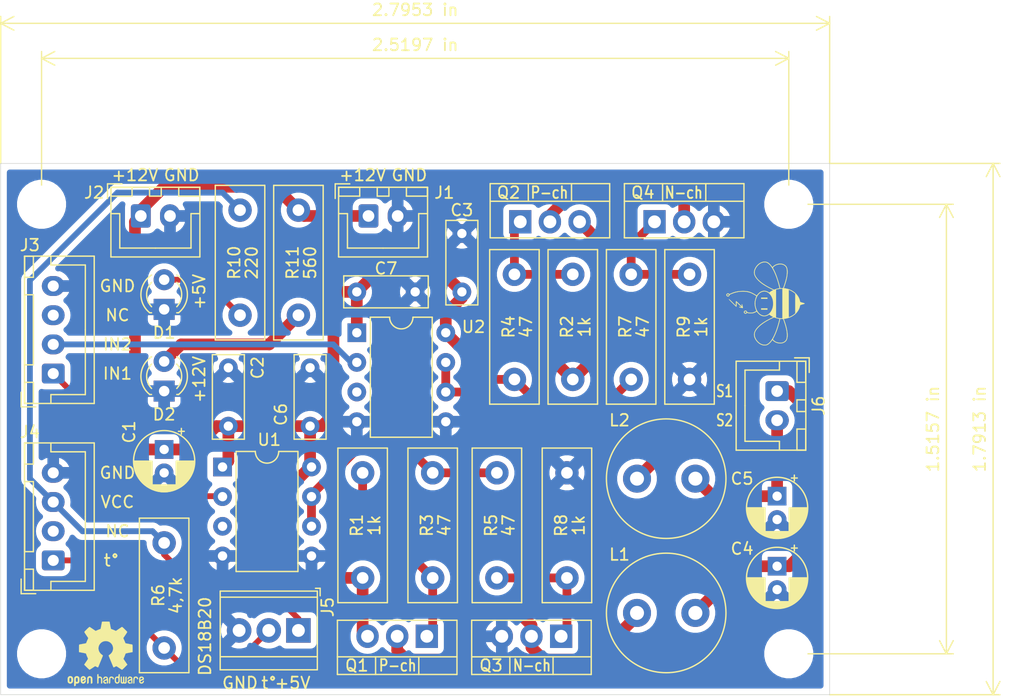
<source format=kicad_pcb>
(kicad_pcb (version 20171130) (host pcbnew "(5.1.7)-1")
  (layers (0 F.Cu signal) (31 B.Cu signal) (34 B.Paste user) (35 F.Paste user) (36 B.SilkS user) (37 F.SilkS user) (38 B.Mask user) (39 F.Mask user) (44 Edge.Cuts user))
  (net 0 "")
  (net 1 GND)
  (net 2 +12V)
  (net 3 "Net-(C4-Pad1)")
  (net 4 "Net-(C5-Pad1)")
  (net 5 "Net-(D1-Pad2)")
  (net 6 "Net-(D2-Pad2)")
  (net 7 IN2)
  (net 8 IN1)
  (net 9 +5V)
  (net 10 "Net-(L1-Pad1)")
  (net 11 "Net-(L2-Pad1)")
  (net 12 "Net-(Q1-Pad1)")
  (net 13 "Net-(Q2-Pad1)")
  (net 14 "Net-(Q3-Pad1)")
  (net 15 "Net-(Q4-Pad1)")
  (net 16 "Net-(R3-Pad1)")
  (net 17 "Net-(R4-Pad1)")
  (net 18 "Net-(U1-Pad3)")
  (net 19 "Net-(U2-Pad3)")
  (net 20 t)
  (net 21 "Net-(J3-Pad3)")
  (net 22 "Net-(J4-Pad2)")
  (module logo-beehive:logo-beehive-7_2х6_7mm (layer F.Cu) (at 189.5 83 90)
    (fp_text reference G*** hide)
    (fp_text value LOGO hide)
  )
  (module Connector_JST:JST_XH_B2B-XH-A_1x02_P2.50mm_Vertical (layer F.Cu) (at 155.5 75.5)
    (fp_text reference J1 (at 6.5 -2) (layer F.SilkS))
    (fp_text value Conn_01x02)
    (pad 2 thru_hole oval (at 2.5 0) (size 1.7 2) (drill 1) (layers *.Cu *.Mask) (net 1 GND))
    (pad 1 thru_hole roundrect (at 0 0) (size 1.7 2) (drill 1) (layers *.Cu *.Mask) (roundrect_rratio 0.1470588235294118) (net 2 +12V))
  )
  (module Symbol:OSHW-Logo2_7.3x6mm_SilkScreen (layer F.Cu) (at 133 113)
    (fp_text reference REF** hide)
    (fp_text value OSHW-Logo2_7.3x6mm_SilkScreen hide)
  )
  (module TerminalBlock_TE-Connectivity:TerminalBlock_TE_282834-3_1x03_P2.54mm_Horizontal (layer F.Cu) (at 149.5 111 180)
    (fp_text reference J5 (at -2.5 2 90) (layer F.SilkS))
    (fp_text value Conn_01x03)
    (pad 3 thru_hole circle (at 5.08 0 180) (size 2.1 2.1) (drill 1.1) (layers *.Cu *.Mask) (net 1 GND))
    (pad 2 thru_hole circle (at 2.54 0 180) (size 2.1 2.1) (drill 1.1) (layers *.Cu *.Mask) (net 20 t))
    (pad 1 thru_hole rect (at 0 0 180) (size 2.1 2.1) (drill 1.1) (layers *.Cu *.Mask) (net 9 +5V))
  )
  (module MountingHole:MountingHole_3.2mm_M3_DIN965 (layer F.Cu) (at 127.5 113)
    (fp_text reference REF** hide)
    (fp_text value MountingHole_3.2mm_M3_DIN965 hide)
    (pad 1 np_thru_hole circle (at 0 0) (size 3.2 3.2) (drill 3.2) (layers *.Cu *.Mask))
  )
  (module MountingHole:MountingHole_3.2mm_M3_DIN965 (layer F.Cu) (at 127.5 74.5)
    (fp_text reference REF**)
    (fp_text value MountingHole_3.2mm_M3_DIN965)
    (pad 1 np_thru_hole circle (at 0 0) (size 3.2 3.2) (drill 3.2) (layers *.Cu *.Mask))
  )
  (module MountingHole:MountingHole_3.2mm_M3_DIN965 (layer F.Cu) (at 191.5 74.5)
    (fp_text reference REF**)
    (fp_text value MountingHole_3.2mm_M3_DIN965)
    (pad 1 np_thru_hole circle (at 0 0) (size 3.2 3.2) (drill 3.2) (layers *.Cu *.Mask))
  )
  (module MountingHole:MountingHole_3.2mm_M3_DIN965 (layer F.Cu) (at 191.5 113)
    (fp_text reference REF**)
    (fp_text value MountingHole_3.2mm_M3_DIN965)
    (pad 1 np_thru_hole circle (at 0 0) (size 3.2 3.2) (drill 3.2) (layers *.Cu *.Mask))
  )
  (module Package_DIP:DIP-8_W7.62mm (layer F.Cu) (at 154.5 85.5)
    (fp_text reference U2 (at 10 -0.5) (layer F.SilkS))
    (fp_text value TC4420CPA)
    (pad 8 thru_hole oval (at 7.62 0) (size 1.6 1.6) (drill 0.8) (layers *.Cu *.Mask) (net 2 +12V))
    (pad 4 thru_hole oval (at 0 7.62) (size 1.6 1.6) (drill 0.8) (layers *.Cu *.Mask) (net 1 GND))
    (pad 7 thru_hole oval (at 7.62 2.54) (size 1.6 1.6) (drill 0.8) (layers *.Cu *.Mask) (net 17 "Net-(R4-Pad1)"))
    (pad 3 thru_hole oval (at 0 5.08) (size 1.6 1.6) (drill 0.8) (layers *.Cu *.Mask) (net 19 "Net-(U2-Pad3)"))
    (pad 6 thru_hole oval (at 7.62 5.08) (size 1.6 1.6) (drill 0.8) (layers *.Cu *.Mask) (net 17 "Net-(R4-Pad1)"))
    (pad 2 thru_hole oval (at 0 2.54) (size 1.6 1.6) (drill 0.8) (layers *.Cu *.Mask) (net 7 IN2))
    (pad 5 thru_hole oval (at 7.62 7.62) (size 1.6 1.6) (drill 0.8) (layers *.Cu *.Mask) (net 1 GND))
    (pad 1 thru_hole rect (at 0 0) (size 1.6 1.6) (drill 0.8) (layers *.Cu *.Mask) (net 2 +12V))
  )
  (module Package_DIP:DIP-8_W7.62mm (layer F.Cu) (at 143 97)
    (fp_text reference U1 (at 4 -2.33) (layer F.SilkS))
    (fp_text value TC4420CPA)
    (pad 8 thru_hole oval (at 7.62 0) (size 1.6 1.6) (drill 0.8) (layers *.Cu *.Mask) (net 2 +12V))
    (pad 4 thru_hole oval (at 0 7.62) (size 1.6 1.6) (drill 0.8) (layers *.Cu *.Mask) (net 1 GND))
    (pad 7 thru_hole oval (at 7.62 2.54) (size 1.6 1.6) (drill 0.8) (layers *.Cu *.Mask) (net 16 "Net-(R3-Pad1)"))
    (pad 3 thru_hole oval (at 0 5.08) (size 1.6 1.6) (drill 0.8) (layers *.Cu *.Mask) (net 18 "Net-(U1-Pad3)"))
    (pad 6 thru_hole oval (at 7.62 5.08) (size 1.6 1.6) (drill 0.8) (layers *.Cu *.Mask) (net 16 "Net-(R3-Pad1)"))
    (pad 2 thru_hole oval (at 0 2.54) (size 1.6 1.6) (drill 0.8) (layers *.Cu *.Mask) (net 8 IN1))
    (pad 5 thru_hole oval (at 7.62 7.62) (size 1.6 1.6) (drill 0.8) (layers *.Cu *.Mask) (net 1 GND))
    (pad 1 thru_hole rect (at 0 0) (size 1.6 1.6) (drill 0.8) (layers *.Cu *.Mask) (net 2 +12V))
  )
  (module Resistor_THT:R_Box_L13.0mm_W4.0mm_P9.00mm (layer F.Cu) (at 149.5 75 270)
    (fp_text reference R11 (at 4.5 0.5 90) (layer F.SilkS))
    (fp_text value 560)
    (pad 1 thru_hole circle (at 0 0 270) (size 2 2) (drill 1) (layers *.Cu *.Mask) (net 2 +12V))
    (pad 2 thru_hole circle (at 9 0 270) (size 2 2) (drill 1) (layers *.Cu *.Mask) (net 6 "Net-(D2-Pad2)"))
  )
  (module Resistor_THT:R_Box_L13.0mm_W4.0mm_P9.00mm (layer F.Cu) (at 144.5 75 270)
    (fp_text reference R10 (at 4.5 0.5 90) (layer F.SilkS))
    (fp_text value 220)
    (pad 2 thru_hole circle (at 9 0 270) (size 2 2) (drill 1) (layers *.Cu *.Mask) (net 5 "Net-(D1-Pad2)"))
    (pad 1 thru_hole circle (at 0 0 270) (size 2 2) (drill 1) (layers *.Cu *.Mask) (net 9 +5V))
  )
  (module Resistor_THT:R_Box_L13.0mm_W4.0mm_P9.00mm (layer F.Cu) (at 183 89.5 90)
    (fp_text reference R9 (at 4.5 -0.5 270) (layer F.SilkS))
    (fp_text value 1k)
    (pad 2 thru_hole circle (at 9 0 90) (size 2 2) (drill 1) (layers *.Cu *.Mask) (net 15 "Net-(Q4-Pad1)"))
    (pad 1 thru_hole circle (at 0 0 90) (size 2 2) (drill 1) (layers *.Cu *.Mask) (net 1 GND))
  )
  (module Resistor_THT:R_Box_L13.0mm_W4.0mm_P9.00mm (layer F.Cu) (at 172.5 97.5 270)
    (fp_text reference R8 (at 4.5 0.5 270) (layer F.SilkS))
    (fp_text value 1k)
    (pad 2 thru_hole circle (at 9 0 270) (size 2 2) (drill 1) (layers *.Cu *.Mask) (net 14 "Net-(Q3-Pad1)"))
    (pad 1 thru_hole circle (at 0 0 270) (size 2 2) (drill 1) (layers *.Cu *.Mask) (net 1 GND))
  )
  (module Resistor_THT:R_Box_L13.0mm_W4.0mm_P9.00mm (layer F.Cu) (at 178 89.5 90)
    (fp_text reference R7 (at 4.5 -0.5 270) (layer F.SilkS))
    (fp_text value 47)
    (pad 2 thru_hole circle (at 9 0 90) (size 2 2) (drill 1) (layers *.Cu *.Mask) (net 15 "Net-(Q4-Pad1)"))
    (pad 1 thru_hole circle (at 0 0 90) (size 2 2) (drill 1) (layers *.Cu *.Mask) (net 17 "Net-(R4-Pad1)"))
  )
  (module Resistor_THT:R_Box_L13.0mm_W4.0mm_P9.00mm (layer F.Cu) (at 138 112.5 90)
    (fp_text reference R6 (at 4.5 -0.5 90) (layer F.SilkS))
    (fp_text value 4,7k)
    (pad 2 thru_hole circle (at 9 0 90) (size 2 2) (drill 1) (layers *.Cu *.Mask) (net 9 +5V))
    (pad 1 thru_hole circle (at 0 0 90) (size 2 2) (drill 1) (layers *.Cu *.Mask) (net 20 t))
  )
  (module Resistor_THT:R_Box_L13.0mm_W4.0mm_P9.00mm (layer F.Cu) (at 166.5 97.5 270)
    (fp_text reference R5 (at 4.5 0.5 270) (layer F.SilkS))
    (fp_text value 47)
    (pad 2 thru_hole circle (at 9 0 270) (size 2 2) (drill 1) (layers *.Cu *.Mask) (net 14 "Net-(Q3-Pad1)"))
    (pad 1 thru_hole circle (at 0 0 270) (size 2 2) (drill 1) (layers *.Cu *.Mask) (net 16 "Net-(R3-Pad1)"))
  )
  (module Resistor_THT:R_Box_L13.0mm_W4.0mm_P9.00mm (layer F.Cu) (at 168 89.5 90)
    (fp_text reference R4 (at 4.5 -0.5 90) (layer F.SilkS))
    (fp_text value 47)
    (pad 2 thru_hole circle (at 9 0 90) (size 2 2) (drill 1) (layers *.Cu *.Mask) (net 13 "Net-(Q2-Pad1)"))
    (pad 1 thru_hole circle (at 0 0 90) (size 2 2) (drill 1) (layers *.Cu *.Mask) (net 17 "Net-(R4-Pad1)"))
  )
  (module Resistor_THT:R_Box_L13.0mm_W4.0mm_P9.00mm (layer F.Cu) (at 161 97.5 270)
    (fp_text reference R3 (at 4.5 0.5 270) (layer F.SilkS))
    (fp_text value 47)
    (pad 2 thru_hole circle (at 9 0 270) (size 2 2) (drill 1) (layers *.Cu *.Mask) (net 12 "Net-(Q1-Pad1)"))
    (pad 1 thru_hole circle (at 0 0 270) (size 2 2) (drill 1) (layers *.Cu *.Mask) (net 16 "Net-(R3-Pad1)"))
  )
  (module Resistor_THT:R_Box_L13.0mm_W4.0mm_P9.00mm (layer F.Cu) (at 173 80.5 270)
    (fp_text reference R2 (at 4.5 0.5 270) (layer F.SilkS))
    (fp_text value 1k)
    (pad 2 thru_hole circle (at 9 0 270) (size 2 2) (drill 1) (layers *.Cu *.Mask) (net 2 +12V))
    (pad 1 thru_hole circle (at 0 0 270) (size 2 2) (drill 1) (layers *.Cu *.Mask) (net 13 "Net-(Q2-Pad1)"))
  )
  (module Resistor_THT:R_Box_L13.0mm_W4.0mm_P9.00mm (layer F.Cu) (at 155 97.5 270)
    (fp_text reference R1 (at 4.5 0.5 270) (layer F.SilkS))
    (fp_text value 1k)
    (pad 2 thru_hole circle (at 9 0 270) (size 2 2) (drill 1) (layers *.Cu *.Mask) (net 2 +12V))
    (pad 1 thru_hole circle (at 0 0 270) (size 2 2) (drill 1) (layers *.Cu *.Mask) (net 12 "Net-(Q1-Pad1)"))
  )
  (module Package_TO_SOT_THT:TO-220-3_Vertical (layer F.Cu) (at 180 76)
    (fp_text reference Q4 (at -1 -2.5) (layer F.SilkS))
    (fp_text value IRFZ24NPBF)
    (pad 3 thru_hole oval (at 5.08 0) (size 1.905 2) (drill 1.1) (layers *.Cu *.Mask) (net 1 GND))
    (pad 2 thru_hole oval (at 2.54 0) (size 1.905 2) (drill 1.1) (layers *.Cu *.Mask) (net 11 "Net-(L2-Pad1)"))
    (pad 1 thru_hole rect (at 0 0) (size 1.905 2) (drill 1.1) (layers *.Cu *.Mask) (net 15 "Net-(Q4-Pad1)"))
  )
  (module Package_TO_SOT_THT:TO-220-3_Vertical (layer F.Cu) (at 172 111.5 180)
    (fp_text reference Q3 (at 6 -2.5) (layer F.SilkS))
    (fp_text value IRFZ24NPBF)
    (pad 3 thru_hole oval (at 5.08 0 180) (size 1.905 2) (drill 1.1) (layers *.Cu *.Mask) (net 1 GND))
    (pad 2 thru_hole oval (at 2.54 0 180) (size 1.905 2) (drill 1.1) (layers *.Cu *.Mask) (net 10 "Net-(L1-Pad1)"))
    (pad 1 thru_hole rect (at 0 0 180) (size 1.905 2) (drill 1.1) (layers *.Cu *.Mask) (net 14 "Net-(Q3-Pad1)"))
  )
  (module Package_TO_SOT_THT:TO-220-3_Vertical (layer F.Cu) (at 168.5 76)
    (fp_text reference Q2 (at -1 -2.5) (layer F.SilkS))
    (fp_text value IRF9Z34NPBF)
    (pad 3 thru_hole oval (at 5.08 0) (size 1.905 2) (drill 1.1) (layers *.Cu *.Mask) (net 2 +12V))
    (pad 2 thru_hole oval (at 2.54 0) (size 1.905 2) (drill 1.1) (layers *.Cu *.Mask) (net 11 "Net-(L2-Pad1)"))
    (pad 1 thru_hole rect (at 0 0) (size 1.905 2) (drill 1.1) (layers *.Cu *.Mask) (net 13 "Net-(Q2-Pad1)"))
  )
  (module Package_TO_SOT_THT:TO-220-3_Vertical (layer F.Cu) (at 160.5 111.5 180)
    (fp_text reference Q1 (at 6 -2.5) (layer F.SilkS))
    (fp_text value IRF9Z34NPBF)
    (pad 3 thru_hole oval (at 5.08 0 180) (size 1.905 2) (drill 1.1) (layers *.Cu *.Mask) (net 2 +12V))
    (pad 2 thru_hole oval (at 2.54 0 180) (size 1.905 2) (drill 1.1) (layers *.Cu *.Mask) (net 10 "Net-(L1-Pad1)"))
    (pad 1 thru_hole rect (at 0 0 180) (size 1.905 2) (drill 1.1) (layers *.Cu *.Mask) (net 12 "Net-(Q1-Pad1)"))
  )
  (module Inductor_THT:L_Radial_D10.0mm_P5.00mm_Neosid_SD12_style3 (layer F.Cu) (at 178.5 98)
    (fp_text reference L2 (at -1.5 -5) (layer F.SilkS))
    (fp_text value 33u)
    (pad 2 thru_hole circle (at 5 0) (size 2.4 2.4) (drill 1.2) (layers *.Cu *.Mask) (net 4 "Net-(C5-Pad1)"))
    (pad 1 thru_hole circle (at 0 0) (size 2.4 2.4) (drill 1.2) (layers *.Cu *.Mask) (net 11 "Net-(L2-Pad1)"))
  )
  (module Inductor_THT:L_Radial_D10.0mm_P5.00mm_Neosid_SD12_style3 (layer F.Cu) (at 178.5 109.5)
    (fp_text reference L1 (at -1.5 -5) (layer F.SilkS))
    (fp_text value 33u)
    (pad 2 thru_hole circle (at 5 0) (size 2.4 2.4) (drill 1.2) (layers *.Cu *.Mask) (net 3 "Net-(C4-Pad1)"))
    (pad 1 thru_hole circle (at 0 0) (size 2.4 2.4) (drill 1.2) (layers *.Cu *.Mask) (net 10 "Net-(L1-Pad1)"))
  )
  (module Connector_JST:JST_XH_B2B-XH-A_1x02_P2.50mm_Vertical (layer F.Cu) (at 190.5 90.5 270)
    (fp_text reference J6 (at 1.25 -3.55 90) (layer F.SilkS))
    (fp_text value Conn_01x02)
    (pad 2 thru_hole oval (at 2.5 0 270) (size 1.7 2) (drill 1) (layers *.Cu *.Mask) (net 4 "Net-(C5-Pad1)"))
    (pad 1 thru_hole roundrect (at 0 0 270) (size 1.7 2) (drill 1) (layers *.Cu *.Mask) (roundrect_rratio 0.1470588235294118) (net 3 "Net-(C4-Pad1)"))
  )
  (module Connector_JST:JST_XH_B4B-XH-A_1x04_P2.50mm_Vertical (layer F.Cu) (at 128.5 105 90)
    (fp_text reference J4 (at 11 -2 180) (layer F.SilkS))
    (fp_text value Conn_01x04)
    (pad 4 thru_hole oval (at 7.5 0 90) (size 1.7 1.95) (drill 0.95) (layers *.Cu *.Mask) (net 1 GND))
    (pad 3 thru_hole oval (at 5 0 90) (size 1.7 1.95) (drill 0.95) (layers *.Cu *.Mask) (net 9 +5V))
    (pad 2 thru_hole oval (at 2.5 0 90) (size 1.7 1.95) (drill 0.95) (layers *.Cu *.Mask) (net 22 "Net-(J4-Pad2)"))
    (pad 1 thru_hole roundrect (at 0 0 90) (size 1.7 1.95) (drill 0.95) (layers *.Cu *.Mask) (roundrect_rratio 0.1470588235294118) (net 20 t))
  )
  (module Connector_JST:JST_XH_B4B-XH-A_1x04_P2.50mm_Vertical (layer F.Cu) (at 128.5 89 90)
    (fp_text reference J3 (at 11 -2 180) (layer F.SilkS))
    (fp_text value Conn_01x04)
    (pad 4 thru_hole oval (at 7.5 0 90) (size 1.7 1.95) (drill 0.95) (layers *.Cu *.Mask) (net 1 GND))
    (pad 3 thru_hole oval (at 5 0 90) (size 1.7 1.95) (drill 0.95) (layers *.Cu *.Mask) (net 21 "Net-(J3-Pad3)"))
    (pad 2 thru_hole oval (at 2.5 0 90) (size 1.7 1.95) (drill 0.95) (layers *.Cu *.Mask) (net 7 IN2))
    (pad 1 thru_hole roundrect (at 0 0 90) (size 1.7 1.95) (drill 0.95) (layers *.Cu *.Mask) (roundrect_rratio 0.1470588235294118) (net 8 IN1))
  )
  (module Connector_JST:JST_XH_B2B-XH-A_1x02_P2.50mm_Vertical (layer F.Cu) (at 136 75.5)
    (fp_text reference J2 (at -4 -2) (layer F.SilkS))
    (fp_text value Conn_01x02)
    (pad 2 thru_hole oval (at 2.5 0) (size 1.7 2) (drill 1) (layers *.Cu *.Mask) (net 1 GND))
    (pad 1 thru_hole roundrect (at 0 0) (size 1.7 2) (drill 1) (layers *.Cu *.Mask) (roundrect_rratio 0.1470588235294118) (net 2 +12V))
  )
  (module LED_THT:LED_D3.0mm (layer F.Cu) (at 138 90.5 90)
    (fp_text reference D2 (at -2 0 180) (layer F.SilkS))
    (fp_text value LED)
    (pad 2 thru_hole circle (at 2.54 0 90) (size 1.8 1.8) (drill 0.9) (layers *.Cu *.Mask) (net 6 "Net-(D2-Pad2)"))
    (pad 1 thru_hole rect (at 0 0 90) (size 1.8 1.8) (drill 0.9) (layers *.Cu *.Mask) (net 1 GND))
  )
  (module LED_THT:LED_D3.0mm (layer F.Cu) (at 138 83.5 90)
    (fp_text reference D1 (at -2 0 180) (layer F.SilkS))
    (fp_text value LED)
    (pad 2 thru_hole circle (at 2.54 0 90) (size 1.8 1.8) (drill 0.9) (layers *.Cu *.Mask) (net 5 "Net-(D1-Pad2)"))
    (pad 1 thru_hole rect (at 0 0 90) (size 1.8 1.8) (drill 0.9) (layers *.Cu *.Mask) (net 1 GND))
  )
  (module Capacitor_THT:C_Disc_D7.0mm_W2.5mm_P5.00mm (layer F.Cu) (at 154.5 82)
    (fp_text reference C7 (at 2.5 -2) (layer F.SilkS))
    (fp_text value 100nF)
    (pad 2 thru_hole circle (at 5 0) (size 1.6 1.6) (drill 0.8) (layers *.Cu *.Mask) (net 1 GND))
    (pad 1 thru_hole circle (at 0 0) (size 1.6 1.6) (drill 0.8) (layers *.Cu *.Mask) (net 2 +12V))
  )
  (module Capacitor_THT:C_Disc_D7.0mm_W2.5mm_P5.00mm (layer F.Cu) (at 150.5 93.5 90)
    (fp_text reference C6 (at 1 -2.5 90) (layer F.SilkS))
    (fp_text value 100nF)
    (pad 2 thru_hole circle (at 5 0 90) (size 1.6 1.6) (drill 0.8) (layers *.Cu *.Mask) (net 1 GND))
    (pad 1 thru_hole circle (at 0 0 90) (size 1.6 1.6) (drill 0.8) (layers *.Cu *.Mask) (net 2 +12V))
  )
  (module Capacitor_THT:CP_Radial_D5.0mm_P2.00mm (layer F.Cu) (at 190.5 99.5 270)
    (fp_text reference C5 (at -1.5 3 180) (layer F.SilkS))
    (fp_text value 22u)
    (pad 2 thru_hole circle (at 2 0 270) (size 1.6 1.6) (drill 0.8) (layers *.Cu *.Mask) (net 1 GND))
    (pad 1 thru_hole rect (at 0 0 270) (size 1.6 1.6) (drill 0.8) (layers *.Cu *.Mask) (net 4 "Net-(C5-Pad1)"))
  )
  (module Capacitor_THT:CP_Radial_D5.0mm_P2.00mm (layer F.Cu) (at 190.5 105.5 270)
    (fp_text reference C4 (at -1.5 3 180) (layer F.SilkS))
    (fp_text value 22u)
    (pad 2 thru_hole circle (at 2 0 270) (size 1.6 1.6) (drill 0.8) (layers *.Cu *.Mask) (net 1 GND))
    (pad 1 thru_hole rect (at 0 0 270) (size 1.6 1.6) (drill 0.8) (layers *.Cu *.Mask) (net 3 "Net-(C4-Pad1)"))
  )
  (module Capacitor_THT:C_Disc_D7.0mm_W2.5mm_P5.00mm (layer F.Cu) (at 163.5 82 90)
    (fp_text reference C3 (at 7 0 180) (layer F.SilkS))
    (fp_text value 100nF)
    (pad 2 thru_hole circle (at 5 0 90) (size 1.6 1.6) (drill 0.8) (layers *.Cu *.Mask) (net 1 GND))
    (pad 1 thru_hole circle (at 0 0 90) (size 1.6 1.6) (drill 0.8) (layers *.Cu *.Mask) (net 2 +12V))
  )
  (module Capacitor_THT:C_Disc_D7.0mm_W2.5mm_P5.00mm (layer F.Cu) (at 143.5 93.5 90)
    (fp_text reference C2 (at 5 2.5 90) (layer F.SilkS))
    (fp_text value 100nF)
    (pad 2 thru_hole circle (at 5 0 90) (size 1.6 1.6) (drill 0.8) (layers *.Cu *.Mask) (net 1 GND))
    (pad 1 thru_hole circle (at 0 0 90) (size 1.6 1.6) (drill 0.8) (layers *.Cu *.Mask) (net 2 +12V))
  )
  (module Capacitor_THT:CP_Radial_D5.0mm_P2.00mm (layer F.Cu) (at 138 95.5 270)
    (fp_text reference C1 (at -1.5 3 90) (layer F.SilkS))
    (fp_text value 22u)
    (pad 1 thru_hole rect (at 0 0 270) (size 1.6 1.6) (drill 0.8) (layers *.Cu *.Mask) (net 2 +12V))
    (pad 2 thru_hole circle (at 2 0 270) (size 1.6 1.6) (drill 0.8) (layers *.Cu *.Mask) (net 1 GND))
  )
  (gr_text 4,7k (at 139 108 90) (layer F.SilkS) (effects (font (size 1 1))))
  (gr_text 560 (at 150.5 79.5 90) (layer F.SilkS) (effects (font (size 1 1))))
  (gr_text 220 (at 145.5 79.5 90) (layer F.SilkS) (effects (font (size 1 1))))
  (gr_text 47 (at 167.5 102 90) (layer F.SilkS) (effects (font (size 1 1))))
  (gr_text 1k (at 173.5 102 90) (layer F.SilkS) (effects (font (size 1 1))))
  (gr_text 47 (at 162 102 90) (layer F.SilkS) (effects (font (size 1 1))))
  (gr_text 1k (at 156 102 90) (layer F.SilkS) (effects (font (size 1 1))))
  (gr_text 1k (at 184 85 90) (layer F.SilkS) (effects (font (size 1 1))))
  (gr_text 1k (at 174 85 90) (layer F.SilkS) (effects (font (size 1 1))))
  (gr_text 47 (at 179 85 90) (layer F.SilkS) (effects (font (size 1 1))))
  (gr_text 47 (at 169 85 90) (layer F.SilkS) (effects (font (size 1 1))))
  (gr_text GND (at 159 72) (layer F.SilkS) (effects (font (size 1 1))))
  (gr_text +12V (at 155 72) (layer F.SilkS) (effects (font (size 1 1))))
  (gr_text P-ch (at 171 73.5) (layer F.SilkS) (effects (font (size 1 0.8))))
  (gr_text N-ch (at 182.5 73.5) (layer F.SilkS) (effects (font (size 1 0.8))))
  (gr_text N-ch (at 169.5 114) (layer F.SilkS) (effects (font (size 1 0.8))))
  (gr_text P-ch (at 158 114) (layer F.SilkS) (effects (font (size 1 0.8))))
  (gr_text GND (at 139.5 72) (layer F.SilkS) (effects (font (size 1 1))))
  (gr_text +12V (at 135.5 72) (layer F.SilkS) (effects (font (size 1 1))))
  (gr_text GND (at 144.5 115.5) (layer F.SilkS) (effects (font (size 1 1))))
  (gr_text t° (at 147 115.5) (layer F.SilkS) (effects (font (size 1 1))))
  (gr_text +5V (at 149 115.5) (layer F.SilkS) (effects (font (size 1 1))))
  (dimension 38.5 (width 0.12) (layer F.SilkS) (gr_text "38.500 mm" (at 206.27 93.75 270) (layer F.SilkS) (effects (font (size 1 1) (thickness 0.15)))) (feature1 (pts (xy 191.5 113) (xy 205.586421 113))) (feature2 (pts (xy 191.5 74.5) (xy 205.586421 74.5))) (crossbar (pts (xy 205 74.5) (xy 205 113))) (arrow1a (pts (xy 205 113) (xy 204.413579 111.873496))) (arrow1b (pts (xy 205 113) (xy 205.586421 111.873496))) (arrow2a (pts (xy 205 74.5) (xy 204.413579 75.626504))) (arrow2b (pts (xy 205 74.5) (xy 205.586421 75.626504))))
  (dimension 45.5 (width 0.12) (layer F.SilkS) (gr_text "45.500 mm" (at 210.27 93.75 270) (layer F.SilkS) (effects (font (size 1 1) (thickness 0.15)))) (feature1 (pts (xy 195 116.5) (xy 209.586421 116.5))) (feature2 (pts (xy 195 71) (xy 209.586421 71))) (crossbar (pts (xy 209 71) (xy 209 116.5))) (arrow1a (pts (xy 209 116.5) (xy 208.413579 115.373496))) (arrow1b (pts (xy 209 116.5) (xy 209.586421 115.373496))) (arrow2a (pts (xy 209 71) (xy 208.413579 72.126504))) (arrow2b (pts (xy 209 71) (xy 209.586421 72.126504))))
  (dimension 64 (width 0.12) (layer F.SilkS) (gr_text "64.000 mm" (at 159.5 60.73) (layer F.SilkS) (effects (font (size 1 1) (thickness 0.15)))) (feature1 (pts (xy 191.5 74.5) (xy 191.5 61.413579))) (feature2 (pts (xy 127.5 74.5) (xy 127.5 61.413579))) (crossbar (pts (xy 127.5 62) (xy 191.5 62))) (arrow1a (pts (xy 191.5 62) (xy 190.373496 62.586421))) (arrow1b (pts (xy 191.5 62) (xy 190.373496 61.413579))) (arrow2a (pts (xy 127.5 62) (xy 128.626504 62.586421))) (arrow2b (pts (xy 127.5 62) (xy 128.626504 61.413579))))
  (dimension 71 (width 0.12) (layer F.SilkS) (gr_text "71.000 mm" (at 159.5 57.73) (layer F.SilkS) (effects (font (size 1 1) (thickness 0.15)))) (feature1 (pts (xy 195 71) (xy 195 58.413579))) (feature2 (pts (xy 124 71) (xy 124 58.413579))) (crossbar (pts (xy 124 59) (xy 195 59))) (arrow1a (pts (xy 195 59) (xy 193.873496 59.586421))) (arrow1b (pts (xy 195 59) (xy 193.873496 58.413579))) (arrow2a (pts (xy 124 59) (xy 125.126504 59.586421))) (arrow2b (pts (xy 124 59) (xy 125.126504 58.413579))))
  (gr_text DS18B20 (at 141.5 111.5 90) (layer F.SilkS) (effects (font (size 1 1))))
  (gr_text S1 (at 186 90.5) (layer F.SilkS) (effects (font (size 1 0.75))))
  (gr_text S2 (at 186 93) (layer F.SilkS) (effects (font (size 1 0.75))))
  (gr_text t° (at 133.5 105) (layer F.SilkS) (effects (font (size 1 1))))
  (gr_text NC (at 134 102.5) (layer F.SilkS) (effects (font (size 1 1))))
  (gr_text GND (at 134 97.5) (layer F.SilkS) (effects (font (size 1 1))))
  (gr_text NC (at 134 84) (layer F.SilkS) (effects (font (size 1 1))))
  (gr_text GND (at 134 81.5) (layer F.SilkS) (effects (font (size 1 1))))
  (gr_text IN1 (at 134 89) (layer F.SilkS) (effects (font (size 1 1))))
  (gr_text VCC (at 134 100) (layer F.SilkS) (effects (font (size 1 1))))
  (gr_text IN2 (at 134 86.5) (layer F.SilkS) (effects (font (size 1 1))))
  (gr_text +12V (at 141 89.5 90) (layer F.SilkS) (effects (font (size 1 1))))
  (gr_text +5V (at 141 82 90) (layer F.SilkS) (effects (font (size 1 1))))
  (gr_line (start 124 116.5) (end 124 71) (layer Edge.Cuts) (width 0.05))
  (gr_line (start 195 116.5) (end 124 116.5) (layer Edge.Cuts) (width 0.05))
  (gr_line (start 195 71) (end 195 116.5) (layer Edge.Cuts) (width 0.05))
  (gr_line (start 124 71) (end 195 71) (layer Edge.Cuts) (width 0.05))
  (segment (start 144.42 110.92) (end 144.42 111) (width 0.5) (layer F.Cu) (net 1))
  (segment (start 143.5 96.5) (end 143 97) (width 1) (layer F.Cu) (net 2))
  (segment (start 143.5 93.5) (end 143.5 96.5) (width 1) (layer F.Cu) (net 2))
  (segment (start 143.5 93.5) (end 150.5 93.5) (width 1) (layer F.Cu) (net 2))
  (segment (start 150.5 96.88) (end 150.62 97) (width 1) (layer F.Cu) (net 2))
  (segment (start 150.5 93.5) (end 150.5 96.88) (width 1) (layer F.Cu) (net 2))
  (segment (start 155 111.08) (end 155.42 111.5) (width 1) (layer F.Cu) (net 2))
  (segment (start 155 106.5) (end 155 111.08) (width 1) (layer F.Cu) (net 2))
  (segment (start 149.5 106.5) (end 155 106.5) (width 1) (layer F.Cu) (net 2))
  (segment (start 148.5 105.5) (end 149.5 106.5) (width 1) (layer F.Cu) (net 2))
  (segment (start 148.5 99) (end 148.5 105.5) (width 1) (layer F.Cu) (net 2))
  (segment (start 150.62 97) (end 150.5 97) (width 1) (layer F.Cu) (net 2))
  (segment (start 150.5 97) (end 148.5 99) (width 1) (layer F.Cu) (net 2))
  (segment (start 142.475 93.5) (end 143.5 93.5) (width 1) (layer F.Cu) (net 2))
  (segment (start 140.475 95.5) (end 142.475 93.5) (width 1) (layer F.Cu) (net 2))
  (segment (start 135.5 94.5) (end 136.5 95.5) (width 1) (layer F.Cu) (net 2))
  (segment (start 135.5 76) (end 135.5 94.5) (width 1) (layer F.Cu) (net 2))
  (segment (start 136.5 95.5) (end 140.475 95.5) (width 1) (layer F.Cu) (net 2))
  (segment (start 136 75.5) (end 135.5 76) (width 1) (layer F.Cu) (net 2))
  (segment (start 136 75) (end 136 75.5) (width 1) (layer F.Cu) (net 2))
  (segment (start 138 73) (end 136 75) (width 1) (layer F.Cu) (net 2))
  (segment (start 147.5 73) (end 138 73) (width 1) (layer F.Cu) (net 2))
  (segment (start 149.5 75) (end 147.5 73) (width 1) (layer F.Cu) (net 2))
  (segment (start 154.5 82) (end 154.5 85.5) (width 1) (layer F.Cu) (net 2))
  (segment (start 153 82) (end 154.5 82) (width 1) (layer F.Cu) (net 2))
  (segment (start 152.5 92.5) (end 152.5 82.5) (width 1) (layer F.Cu) (net 2))
  (segment (start 152.5 82.5) (end 153 82) (width 1) (layer F.Cu) (net 2))
  (segment (start 151.5 93.5) (end 152.5 92.5) (width 1) (layer F.Cu) (net 2))
  (segment (start 150.5 93.5) (end 151.5 93.5) (width 1) (layer F.Cu) (net 2))
  (segment (start 150 75.5) (end 149.5 75) (width 1) (layer F.Cu) (net 2))
  (segment (start 155.5 75.5) (end 150 75.5) (width 1) (layer F.Cu) (net 2))
  (segment (start 163.5 82.5) (end 163.5 82) (width 1) (layer F.Cu) (net 2))
  (segment (start 162.12 83.88) (end 163.5 82.5) (width 1) (layer F.Cu) (net 2))
  (segment (start 162.12 85.5) (end 162.12 83.88) (width 1) (layer F.Cu) (net 2))
  (segment (start 170 86.5) (end 173 89.5) (width 1) (layer F.Cu) (net 2))
  (segment (start 163.12 86.5) (end 170 86.5) (width 1) (layer F.Cu) (net 2))
  (segment (start 162.12 85.5) (end 163.12 86.5) (width 1) (layer F.Cu) (net 2))
  (segment (start 156.5 80) (end 154.5 82) (width 1) (layer F.Cu) (net 2))
  (segment (start 161.5 80) (end 156.5 80) (width 1) (layer F.Cu) (net 2))
  (segment (start 163.5 82) (end 161.5 80) (width 1) (layer F.Cu) (net 2))
  (segment (start 175.5 77.92) (end 173.58 76) (width 1) (layer F.Cu) (net 2))
  (segment (start 175.5 87) (end 175.5 77.92) (width 1) (layer F.Cu) (net 2))
  (segment (start 173 89.5) (end 175.5 87) (width 1) (layer F.Cu) (net 2))
  (segment (start 187.5 105.5) (end 190.5 105.5) (width 1) (layer F.Cu) (net 3))
  (segment (start 183.5 109.5) (end 187.5 105.5) (width 1) (layer F.Cu) (net 3))
  (segment (start 191.5 90.5) (end 190.5 90.5) (width 1) (layer F.Cu) (net 3))
  (segment (start 193 92) (end 191.5 90.5) (width 1) (layer F.Cu) (net 3))
  (segment (start 193 104.05) (end 193 92) (width 1) (layer F.Cu) (net 3))
  (segment (start 190.5 105.5) (end 191.55 105.5) (width 1) (layer F.Cu) (net 3))
  (segment (start 191.55 105.5) (end 193 104.05) (width 1) (layer F.Cu) (net 3))
  (segment (start 190.5 99.5) (end 190.5 93) (width 1) (layer F.Cu) (net 4))
  (segment (start 185 99.5) (end 190.5 99.5) (width 1) (layer F.Cu) (net 4))
  (segment (start 183.5 98) (end 185 99.5) (width 1) (layer F.Cu) (net 4))
  (segment (start 141.46 80.96) (end 144.5 84) (width 0.5) (layer F.Cu) (net 5))
  (segment (start 138 80.96) (end 141.46 80.96) (width 0.5) (layer F.Cu) (net 5))
  (segment (start 139.46 86.5) (end 138 87.96) (width 1) (layer F.Cu) (net 6))
  (segment (start 147 86.5) (end 139.46 86.5) (width 1) (layer F.Cu) (net 6))
  (segment (start 149.5 84) (end 147 86.5) (width 1) (layer F.Cu) (net 6))
  (segment (start 154.02 88.04) (end 154.5 88.04) (width 0.5) (layer B.Cu) (net 7))
  (segment (start 152.48 86.5) (end 154.02 88.04) (width 0.5) (layer B.Cu) (net 7))
  (segment (start 128.5 86.5) (end 152.48 86.5) (width 0.5) (layer B.Cu) (net 7))
  (segment (start 129.5 90) (end 128.5 89) (width 0.5) (layer F.Cu) (net 8))
  (segment (start 130.5 91) (end 129.5 90) (width 0.5) (layer F.Cu) (net 8))
  (segment (start 130.5 95) (end 130.5 91) (width 0.5) (layer F.Cu) (net 8))
  (segment (start 135 99.5) (end 130.5 95) (width 0.5) (layer F.Cu) (net 8))
  (segment (start 142.96 99.5) (end 135 99.5) (width 0.5) (layer F.Cu) (net 8))
  (segment (start 143 99.54) (end 142.96 99.5) (width 0.5) (layer F.Cu) (net 8))
  (segment (start 138 103.5) (end 138 104.5) (width 0.5) (layer F.Cu) (net 9))
  (segment (start 138 104.5) (end 142.5 109) (width 0.5) (layer F.Cu) (net 9))
  (segment (start 149.5 110) (end 149.5 111) (width 0.5) (layer F.Cu) (net 9))
  (segment (start 148.5 109) (end 149.5 110) (width 0.5) (layer F.Cu) (net 9))
  (segment (start 142.5 109) (end 148.5 109) (width 0.5) (layer F.Cu) (net 9))
  (segment (start 126.5 98) (end 128.5 100) (width 0.5) (layer B.Cu) (net 9))
  (segment (start 126.5 81) (end 126.5 98) (width 0.5) (layer B.Cu) (net 9))
  (segment (start 134 73.5) (end 126.5 81) (width 0.5) (layer B.Cu) (net 9))
  (segment (start 143 73.5) (end 134 73.5) (width 0.5) (layer B.Cu) (net 9))
  (segment (start 144.5 75) (end 143 73.5) (width 0.5) (layer B.Cu) (net 9))
  (segment (start 137.000001 102.500001) (end 138 103.5) (width 0.5) (layer B.Cu) (net 9))
  (segment (start 131.000001 102.500001) (end 137.000001 102.500001) (width 0.5) (layer B.Cu) (net 9))
  (segment (start 128.5 100) (end 131.000001 102.500001) (width 0.5) (layer B.Cu) (net 9))
  (segment (start 178.5 109.75) (end 178.5 109.5) (width 1) (layer F.Cu) (net 10))
  (segment (start 174.75 113.5) (end 178.5 109.75) (width 1) (layer F.Cu) (net 10))
  (segment (start 170.5 113.5) (end 174.75 113.5) (width 1) (layer F.Cu) (net 10))
  (segment (start 169.46 111.5) (end 169.46 112.46) (width 1) (layer F.Cu) (net 10))
  (segment (start 169.46 112.46) (end 170.5 113.5) (width 1) (layer F.Cu) (net 10))
  (segment (start 168.402251 109.5) (end 169.46 110.557749) (width 1) (layer F.Cu) (net 10))
  (segment (start 169.46 110.557749) (end 169.46 111.5) (width 1) (layer F.Cu) (net 10))
  (segment (start 157.96 111.5) (end 157.96 112.71) (width 1) (layer F.Cu) (net 10))
  (segment (start 158.75 113.5) (end 162 113.5) (width 1) (layer F.Cu) (net 10))
  (segment (start 157.96 112.71) (end 158.75 113.5) (width 1) (layer F.Cu) (net 10))
  (segment (start 162 113.5) (end 166 109.5) (width 1) (layer F.Cu) (net 10))
  (segment (start 166 109.5) (end 168.402251 109.5) (width 1) (layer F.Cu) (net 10))
  (segment (start 182.46 74.04) (end 183.5 73) (width 0.75) (layer F.Cu) (net 11))
  (segment (start 182.54 74.04) (end 181.5 73) (width 0.75) (layer F.Cu) (net 11))
  (segment (start 182.54 76) (end 182.54 74.04) (width 1) (layer F.Cu) (net 11))
  (segment (start 171.04 75.46) (end 171.04 76) (width 1) (layer F.Cu) (net 11))
  (segment (start 173.5 73) (end 171.04 75.46) (width 1) (layer F.Cu) (net 11))
  (segment (start 186 73) (end 173.5 73) (width 1) (layer F.Cu) (net 11))
  (segment (start 187.5 74.5) (end 186 73) (width 1) (layer F.Cu) (net 11))
  (segment (start 187.5 89) (end 187.5 74.5) (width 1) (layer F.Cu) (net 11))
  (segment (start 178.5 98) (end 187.5 89) (width 1) (layer F.Cu) (net 11))
  (segment (start 155 100.5) (end 161 106.5) (width 0.75) (layer F.Cu) (net 12))
  (segment (start 155 97.5) (end 155 100.5) (width 0.75) (layer F.Cu) (net 12))
  (segment (start 161 111) (end 160.5 111.5) (width 0.75) (layer F.Cu) (net 12))
  (segment (start 161 106.5) (end 161 111) (width 0.75) (layer F.Cu) (net 12))
  (segment (start 173 80.5) (end 168 80.5) (width 0.75) (layer F.Cu) (net 13))
  (segment (start 168 76.5) (end 168.5 76) (width 0.75) (layer F.Cu) (net 13))
  (segment (start 168 80.5) (end 168 76.5) (width 0.75) (layer F.Cu) (net 13))
  (segment (start 166.5 106.5) (end 172.5 106.5) (width 0.75) (layer F.Cu) (net 14))
  (segment (start 172.5 111) (end 172 111.5) (width 0.75) (layer F.Cu) (net 14))
  (segment (start 172.5 106.5) (end 172.5 111) (width 0.75) (layer F.Cu) (net 14))
  (segment (start 183 80.5) (end 178 80.5) (width 0.75) (layer F.Cu) (net 15))
  (segment (start 178 78) (end 178 80.5) (width 0.75) (layer F.Cu) (net 15))
  (segment (start 180 76) (end 178 78) (width 0.75) (layer F.Cu) (net 15))
  (segment (start 150.62 102.08) (end 150.62 99.54) (width 0.75) (layer F.Cu) (net 16))
  (segment (start 159 95.5) (end 161 97.5) (width 0.75) (layer F.Cu) (net 16))
  (segment (start 154.5 95.5) (end 159 95.5) (width 0.75) (layer F.Cu) (net 16))
  (segment (start 150.62 99.54) (end 150.62 99.38) (width 0.75) (layer F.Cu) (net 16))
  (segment (start 150.62 99.38) (end 154.5 95.5) (width 0.75) (layer F.Cu) (net 16))
  (segment (start 161 97.5) (end 166.5 97.5) (width 0.75) (layer F.Cu) (net 16))
  (segment (start 162.12 90.58) (end 162.12 88.04) (width 0.75) (layer F.Cu) (net 17))
  (segment (start 176 91.5) (end 178 89.5) (width 0.75) (layer F.Cu) (net 17))
  (segment (start 170 91.5) (end 176 91.5) (width 0.75) (layer F.Cu) (net 17))
  (segment (start 168 89.5) (end 170 91.5) (width 0.75) (layer F.Cu) (net 17))
  (segment (start 165.5 89.5) (end 168 89.5) (width 0.75) (layer F.Cu) (net 17))
  (segment (start 164.42 90.58) (end 165.5 89.5) (width 0.75) (layer F.Cu) (net 17))
  (segment (start 162.12 90.58) (end 164.42 90.58) (width 0.75) (layer F.Cu) (net 17))
  (segment (start 138 112.5) (end 139.5 114) (width 0.5) (layer F.Cu) (net 20))
  (segment (start 143.96 114) (end 146.96 111) (width 0.5) (layer F.Cu) (net 20))
  (segment (start 139.5 114) (end 143.96 114) (width 0.5) (layer F.Cu) (net 20))
  (segment (start 130.5 105) (end 138 112.5) (width 0.5) (layer F.Cu) (net 20))
  (segment (start 128.5 105) (end 130.5 105) (width 0.5) (layer F.Cu) (net 20))
  (zone (net 1) (net_name GND) (layer B.Cu) (connect_pads (clearance 0.5)) (min_thickness 0.5) (fill yes (arc_segments 32) (thermal_gap 0.5) (thermal_bridge_width 1))
    (polygon (pts (xy 124.5 71.5) (xy 194.5 71.5) (xy 194.5 116) (xy 124.5 116)))
  )
)
</source>
